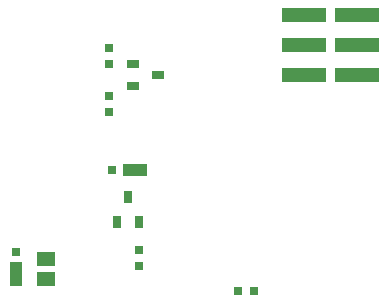
<source format=gbp>
%FSTAX24Y24*%
%MOIN*%
%SFA1B1*%

%IPPOS*%
%ADD62R,0.029600X0.031600*%
%ADD71R,0.031600X0.029600*%
%ADD72R,0.150100X0.050100*%
%ADD77R,0.078800X0.043400*%
%ADD78R,0.031600X0.031600*%
%ADD80R,0.031600X0.031600*%
%ADD81R,0.043400X0.078800*%
%ADD114R,0.030100X0.040100*%
%ADD115R,0.040100X0.030100*%
%ADD116R,0.059100X0.051300*%
%LNvapeixshield-1*%
%LPD*%
G54D62*
X023056Y002839D03*
X022524D03*
G54D71*
X019238Y004203D03*
Y003671D03*
X018248Y008818D03*
Y009349D03*
Y010399D03*
Y010931D03*
G54D72*
X024736Y010055D03*
Y011055D03*
Y012055D03*
X026486Y010055D03*
Y011055D03*
Y012055D03*
G54D77*
X019084Y006883D03*
G54D78*
X018336Y006883D03*
G54D80*
X015126Y004154D03*
G54D81*
X015126Y003406D03*
G54D114*
X018868Y005959D03*
X018494Y005132D03*
X019242D03*
G54D115*
X019867Y010049D03*
X01904Y010423D03*
Y009675D03*
G54D116*
X016139Y003234D03*
Y003903D03*
M02*
</source>
